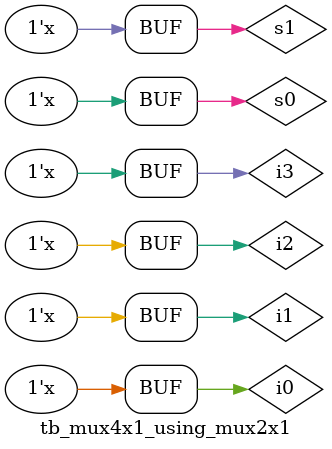
<source format=v>
module mux4x1_using_mux2x1 (
    input i0,i1,i2,i3,s0,s1,output y1,y2,y3
);

assign y1=(s0?i0:i1);
assign y2=(s0?i2:i3);
assign y3=(s1?y1:y2);
    
endmodule
module tb_mux4x1_using_mux2x1 (
    
);
reg i0,i1,i2,i3,s0,s1;
wire y1,y2,y3; 

mux4x1_using_mux2x1 test(i0,i1,i2,i3,s0,s1,y1,y2,y3);
initial begin
    i0=0;i1=0;i2=0;i3=0;
    s0=0;s1=0;
end
always #2 s1=~s1;
always #4 s0=~s0;

always #2 i3=~i3;
always #4 i2=~i2;
always #8 i1=~i1;
always #16 i0=~i0;
endmodule

</source>
